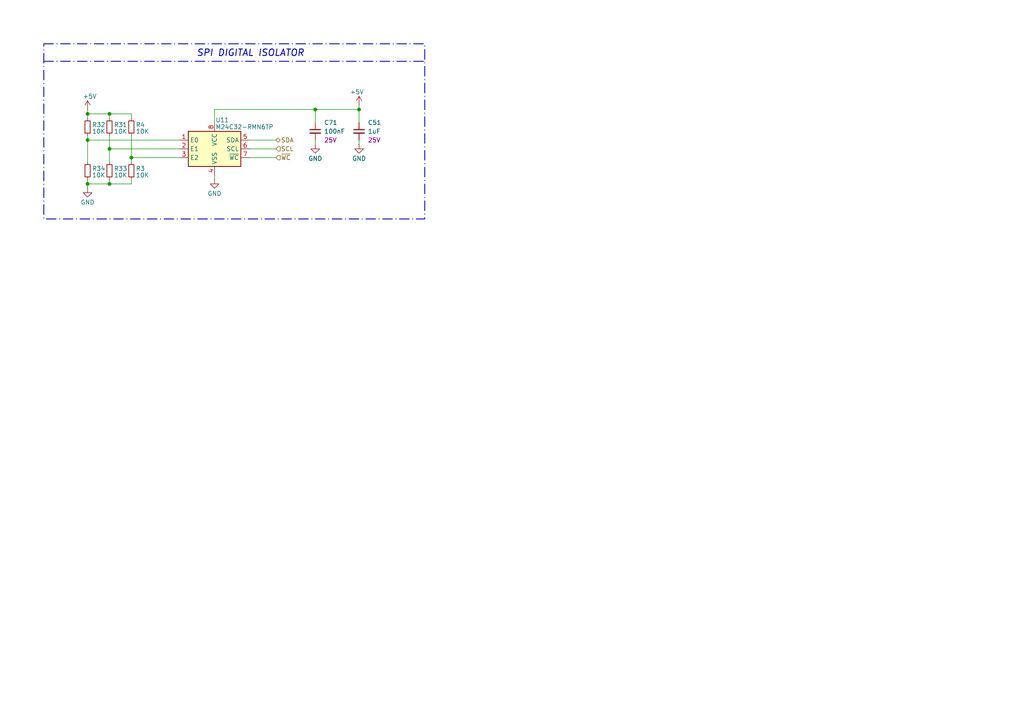
<source format=kicad_sch>
(kicad_sch (version 20231120) (generator "eeschema") (generator_version "8.0")
  (paper "A4")
  (lib_symbols
    (symbol "Device:C_Small" (pin_numbers hide) (pin_names (offset 0.254) hide)
      (property "Reference" "C" (at 0.254 1.778 0))
      (property "Value" "C_Small" (at 0.254 -2.032 0))
      (symbol "C_Small_0_1"
        (polyline (pts (xy -1.524 -0.508) (xy 1.524 -0.508)) (stroke (width 0.3302)))
        (polyline (pts (xy -1.524 0.508) (xy 1.524 0.508)) (stroke (width 0.3048)))
      )
      (symbol "C_Small_1_1"
        (pin passive line (at 0 2.54 270) (length 2.032) (name "~") (number "1"))
        (pin passive line (at 0 -2.54 90) (length 2.032) (name "~") (number "2"))
      )
    )
    (symbol "Device:R_Small" (pin_numbers hide) (pin_names (offset 0.254) hide)
      (property "Reference" "R" (at 0.762 0.508 0))
      (property "Value" "R_Small" (at 0.762 -1.016 0))
      (symbol "R_Small_0_1"
        (rectangle (start -0.762 1.778) (end 0.762 -1.778) (stroke (width 0.2032)))
      )
      (symbol "R_Small_1_1"
        (pin passive line (at 0 2.54 270) (length 0.762) (name "~") (number "1"))
        (pin passive line (at 0 -2.54 90) (length 0.762) (name "~") (number "2"))
      )
    )
    (symbol "Memory_EEPROM:M24C01-FMN"
      (property "Reference" "U" (at -6.35 6.35 0))
      (property "Value" "M24C01-FMN" (at 7.62 6.35 0))
      (symbol "M24C01-FMN_0_1"
        (rectangle (start -7.62 5.08) (end 7.62 -5.08) (stroke (width 0.254)) (fill (type background)))
      )
      (symbol "M24C01-FMN_1_1"
        (pin input line (at -10.16 2.54 0) (length 2.54) (name "E0") (number "1"))
        (pin input line (at -10.16 0 0) (length 2.54) (name "E1") (number "2"))
        (pin input line (at -10.16 -2.54 0) (length 2.54) (name "E2") (number "3"))
        (pin power_in line (at 0 -7.62 90) (length 2.54) (name "VSS") (number "4"))
        (pin bidirectional line (at 10.16 2.54 180) (length 2.54) (name "SDA") (number "5"))
        (pin input line (at 10.16 0 180) (length 2.54) (name "SCL") (number "6"))
        (pin input line (at 10.16 -2.54 180) (length 2.54) (name "~{WC}") (number "7"))
        (pin power_in line (at 0 7.62 270) (length 2.54) (name "VCC") (number "8"))
      )
    )
    (symbol "power:GND" (power) (pin_numbers hide) (pin_names (offset 0) hide)
      (property "Value" "GND" (at 0 -3.81 0))
      (symbol "GND_0_1"
        (polyline (pts (xy 0 0) (xy 0 -1.27) (xy 1.27 -1.27) (xy 0 -2.54) (xy -1.27 -1.27) (xy 0 -1.27)))
      )
      (symbol "GND_1_1"
        (pin power_in line (at 0 0 270) (length 0) (name "~") (number "1"))
      )
    )
    (symbol "power:VCC" (power) (pin_numbers hide) (pin_names (offset 0) hide)
      (property "Value" "VCC" (at 0 3.556 0))
      (symbol "VCC_0_1"
        (polyline (pts (xy -0.762 1.27) (xy 0 2.54)))
        (polyline (pts (xy 0 0) (xy 0 2.54)))
        (polyline (pts (xy 0 2.54) (xy 0.762 1.27)))
      )
      (symbol "VCC_1_1"
        (pin power_in line (at 0 0 90) (length 0) (name "~") (number "1"))
      )
    )
  )
  (junction (at 38.1 45.72))
  (junction (at 25.4 33.02))
  (junction (at 31.75 53.34))
  (junction (at 25.4 40.64))
  (junction (at 104.14 31.75))
  (junction (at 31.75 43.18))
  (junction (at 91.44 31.75))
  (junction (at 25.4 53.34))
  (junction (at 31.75 33.02))
  (wire (pts (xy 72.39 40.64) (xy 80.01 40.64)))
  (wire (pts (xy 38.1 33.02) (xy 31.75 33.02)))
  (wire (pts (xy 104.14 31.75) (xy 91.44 31.75)))
  (wire (pts (xy 31.75 43.18) (xy 31.75 46.99)))
  (wire (pts (xy 25.4 53.34) (xy 25.4 54.61)))
  (wire (pts (xy 25.4 31.75) (xy 25.4 33.02)))
  (wire (pts (xy 31.75 43.18) (xy 52.07 43.18)))
  (wire (pts (xy 38.1 45.72) (xy 52.07 45.72)))
  (wire (pts (xy 25.4 52.07) (xy 25.4 53.34)))
  (wire (pts (xy 62.23 31.75) (xy 62.23 35.56)))
  (wire (pts (xy 72.39 45.72) (xy 80.01 45.72)))
  (wire (pts (xy 38.1 53.34) (xy 31.75 53.34)))
  (wire (pts (xy 38.1 52.07) (xy 38.1 53.34)))
  (wire (pts (xy 31.75 53.34) (xy 31.75 52.07)))
  (wire (pts (xy 38.1 39.37) (xy 38.1 45.72)))
  (polyline (pts (xy 12.7 17.78) (xy 123.19 17.78)) (stroke (width 0.254) (type dash_dot)))
  (wire (pts (xy 104.14 30.48) (xy 104.14 31.75)))
  (wire (pts (xy 38.1 34.29) (xy 38.1 33.02)))
  (wire (pts (xy 104.14 41.91) (xy 104.14 40.64)))
  (wire (pts (xy 31.75 33.02) (xy 25.4 33.02)))
  (wire (pts (xy 31.75 39.37) (xy 31.75 43.18)))
  (wire (pts (xy 25.4 40.64) (xy 52.07 40.64)))
  (wire (pts (xy 38.1 46.99) (xy 38.1 45.72)))
  (wire (pts (xy 72.39 43.18) (xy 80.01 43.18)))
  (wire (pts (xy 25.4 53.34) (xy 31.75 53.34)))
  (wire (pts (xy 62.23 31.75) (xy 91.44 31.75)))
  (wire (pts (xy 62.23 50.8) (xy 62.23 52.07)))
  (wire (pts (xy 25.4 33.02) (xy 25.4 34.29)))
  (wire (pts (xy 25.4 40.64) (xy 25.4 46.99)))
  (wire (pts (xy 104.14 31.75) (xy 104.14 35.56)))
  (wire (pts (xy 31.75 34.29) (xy 31.75 33.02)))
  (wire (pts (xy 25.4 39.37) (xy 25.4 40.64)))
  (wire (pts (xy 91.44 41.91) (xy 91.44 40.64)))
  (wire (pts (xy 91.44 31.75) (xy 91.44 35.56)))
  (rectangle (start 12.7 12.7) (end 123.19 63.5) (stroke (width 0.254) (type dash_dot)))
  (text "SPI DIGITAL ISOLATOR" (at 72.644 15.494 0) (effects (font (size 1.905 1.905) (thickness 0.254) (bold yes) (italic yes))))
  (hierarchical_label "~{WC}" (shape input) (at 80.01 45.72 0))
  (hierarchical_label "SDA" (shape bidirectional) (at 80.01 40.64 0))
  (hierarchical_label "SCL" (shape input) (at 80.01 43.18 0))
  (symbol (lib_id "Device:R_Small") (at 31.75 36.83 0) (unit 1)
    (property "Reference" "R31" (at 33.02 36.195 0) (effects (justify left)))
    (property "Value" "10K" (at 33.02 38.1 0) (effects (justify left)))
    (property "Footprint" "Resistor_SMD:R_0805_2012Metric" (effects (hide yes)))
    (property "Description" "Resistor, small symbol" (effects (hide yes)))
  )
  (symbol (lib_id "power:GND") (at 91.44 41.91 0) (mirror y) (unit 1)
    (property "Reference" "#PWR0105" (effects (hide yes)))
    (property "Value" "GND" (at 91.44 45.974 0))
    (property "Description" "Power symbol creates a global label with name \"GND\" , ground" (effects (hide yes)))
  )
  (symbol (lib_id "Device:C_Small") (at 104.14 38.1 0) (unit 1)
    (property "Reference" "C51" (at 106.68 35.56 0) (effects (justify left)))
    (property "Value" "1uF" (at 106.68 38.1 0) (effects (justify left)))
    (property "Footprint" "Capacitor_SMD:C_0805_2012Metric" (effects (hide yes)))
    (property "Description" "Unpolarized capacitor, small symbol" (effects (hide yes)))
    (property "Link" "https://ozdisan.com/pasif-komponentler/kapasitorler/smt-smd-ve-mlcc-kapasitorler/MCF03KTB250105/1057179" (effects (hide yes)))
    (property "Mfr.No" "MCF03KTB250105" (effects (hide yes)))
    (property "Voltage" "25V" (at 106.68 40.64 0) (effects (justify left)))
  )
  (symbol (lib_id "power:VCC") (at 25.4 31.75 0) (mirror y) (unit 1)
    (property "Reference" "#PWR0106" (effects (hide yes)))
    (property "Value" "+5V" (at 26.035 27.94 0))
    (property "Description" "Power symbol creates a global label with name \"VCC\"" (effects (hide yes)))
  )
  (symbol (lib_id "Device:R_Small") (at 31.75 49.53 0) (unit 1)
    (property "Reference" "R33" (at 33.02 48.895 0) (effects (justify left)))
    (property "Value" "10K" (at 33.02 50.8 0) (effects (justify left)))
    (property "Footprint" "Resistor_SMD:R_0805_2012Metric" (effects (hide yes)))
    (property "Description" "Resistor, small symbol" (effects (hide yes)))
  )
  (symbol (lib_id "Device:C_Small") (at 91.44 38.1 0) (unit 1)
    (property "Reference" "C71" (at 93.98 35.56 0) (effects (justify left)))
    (property "Value" "100nF" (at 93.98 38.1 0) (effects (justify left)))
    (property "Footprint" "Capacitor_SMD:C_0805_2012Metric" (effects (hide yes)))
    (property "Description" "Unpolarized capacitor, small symbol" (effects (hide yes)))
    (property "Link" "https://ozdisan.com/pasif-komponentler/kapasitorler/smt-smd-ve-mlcc-kapasitorler/MCF03KTB250104/1057180" (effects (hide yes)))
    (property "Mfr.No" "MCF03KTB250104" (effects (hide yes)))
    (property "Voltage" "25V" (at 93.98 40.64 0) (effects (justify left)))
  )
  (symbol (lib_id "Device:R_Small") (at 38.1 49.53 0) (unit 1)
    (property "Reference" "R3" (at 39.37 48.895 0) (effects (justify left)))
    (property "Value" "10K" (at 39.37 50.8 0) (effects (justify left)))
    (property "Footprint" "Resistor_SMD:R_0805_2012Metric" (effects (hide yes)))
    (property "Description" "Resistor, small symbol" (effects (hide yes)))
  )
  (symbol (lib_id "Memory_EEPROM:M24C01-FMN") (at 62.23 43.18 0) (unit 1)
    (property "Reference" "U11" (at 62.484 34.798 0) (effects (justify left)))
    (property "Value" "M24C32-RMN6TP" (at 62.484 36.83 0) (effects (justify left)))
    (property "Footprint" "Package_SO:SOIC-8_3.9x4.9mm_P1.27mm" (effects (hide yes)))
    (property "Datasheet" "https://www.st.com/resource/en/datasheet/m24c32-r.pdf" (effects (hide yes)))
    (property "Description" "EEPROM 1.8-5.5V 32K (4Kx8)" (effects (hide yes)))
    (property "Link" "https://www.mouser.com.tr/ProductDetail/STMicroelectronics/M24C32-RMN6TP?qs=sGAEpiMZZMsBc9mHkjPmUMjOZSvks%2FKTsBLcqInVMYc%3D" (effects (hide yes)))
    (property "Mfr.No" " M24C32-RMN6TP" (effects (hide yes)))
  )
  (symbol (lib_id "Device:R_Small") (at 25.4 36.83 0) (unit 1)
    (property "Reference" "R32" (at 26.67 36.195 0) (effects (justify left)))
    (property "Value" "10K" (at 26.67 38.1 0) (effects (justify left)))
    (property "Footprint" "Resistor_SMD:R_0805_2012Metric" (effects (hide yes)))
    (property "Description" "Resistor, small symbol" (effects (hide yes)))
  )
  (symbol (lib_id "Device:R_Small") (at 38.1 36.83 0) (unit 1)
    (property "Reference" "R4" (at 39.37 36.195 0) (effects (justify left)))
    (property "Value" "10K" (at 39.37 38.1 0) (effects (justify left)))
    (property "Footprint" "Resistor_SMD:R_0805_2012Metric" (effects (hide yes)))
    (property "Description" "Resistor, small symbol" (effects (hide yes)))
  )
  (symbol (lib_id "power:GND") (at 104.14 41.91 0) (mirror y) (unit 1)
    (property "Reference" "#PWR0104" (effects (hide yes)))
    (property "Value" "GND" (at 104.14 45.974 0))
    (property "Description" "Power symbol creates a global label with name \"GND\" , ground" (effects (hide yes)))
  )
  (symbol (lib_id "power:GND") (at 25.4 54.61 0) (unit 1)
    (property "Reference" "#PWR0172" (effects (hide yes)))
    (property "Value" "GND" (at 25.4 58.674 0))
    (property "Description" "Power symbol creates a global label with name \"GND\" , ground" (effects (hide yes)))
  )
  (symbol (lib_id "power:GND") (at 62.23 52.07 0) (unit 1)
    (property "Reference" "#PWR0173" (effects (hide yes)))
    (property "Value" "GND" (at 62.23 56.134 0))
    (property "Description" "Power symbol creates a global label with name \"GND\" , ground" (effects (hide yes)))
  )
  (symbol (lib_id "Device:R_Small") (at 25.4 49.53 0) (unit 1)
    (property "Reference" "R34" (at 26.67 48.895 0) (effects (justify left)))
    (property "Value" "10K" (at 26.67 50.8 0) (effects (justify left)))
    (property "Footprint" "Resistor_SMD:R_0805_2012Metric" (effects (hide yes)))
    (property "Description" "Resistor, small symbol" (effects (hide yes)))
  )
  (symbol (lib_id "power:VCC") (at 104.14 30.48 0) (unit 1)
    (property "Reference" "#PWR0101" (effects (hide yes)))
    (property "Value" "+5V" (at 103.505 26.67 0))
    (property "Description" "Power symbol creates a global label with name \"VCC\"" (effects (hide yes)))
  )
)
</source>
